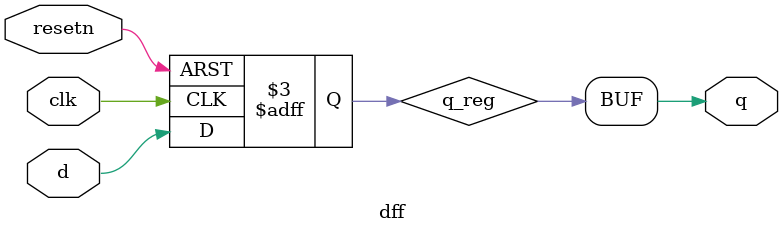
<source format=sv>
module top_module (
	input clk,
	input resetn,
	input in,
	output out
);
	// Define internal signals
	reg [3:0] d;
	wire [3:0] q;
	
	// Instantiate D flip-flops
	dff dff0 (.clk(clk), .resetn(resetn), .d(in), .q(q[0]));
	dff dff1 (.clk(clk), .resetn(resetn), .d(q[0]), .q(q[1]));
	dff dff2 (.clk(clk), .resetn(resetn), .d(q[1]), .q(q[2]));
	dff dff3 (.clk(clk), .resetn(resetn), .d(q[2]), .q(q[3]));
	
	// Output connection
	assign out = q[3];
endmodule
module dff (
	input clk,
	input resetn,
	input d,
	output q
);
	reg q_reg;
	
	always @(posedge clk or negedge resetn) begin
		if (~resetn)
			q_reg <= 1'b0;
		else
			q_reg <= d;
	end
	
	assign q = q_reg;
endmodule

</source>
